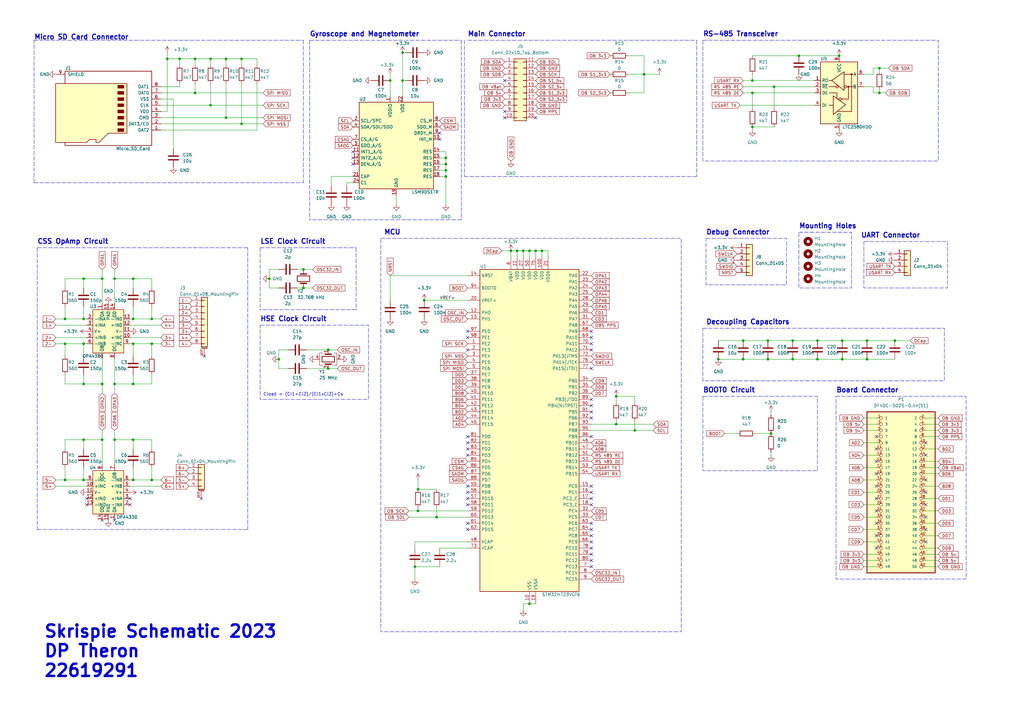
<source format=kicad_sch>
(kicad_sch (version 20231120) (generator "eeschema") (generator_version "8.0")
  (paper "A3")
  (title_block (title "Development of an ADCS system") (date "2023-08-16") (company "Niel Theron") (comment 1 "22619291"))
  (junction (at 124.46 118.11))
  (junction (at 308.61 33.02))
  (junction (at 34.29 130.81))
  (junction (at 317.5 35.56))
  (junction (at 62.23 196.85))
  (junction (at 344.17 22.86))
  (junction (at 99.06 50.8))
  (junction (at 62.23 130.81))
  (junction (at 86.36 43.18))
  (junction (at 26.67 130.81))
  (junction (at 367.03 139.7))
  (junction (at 219.71 102.87))
  (junction (at 165.1 33.02))
  (junction (at 304.8 139.7))
  (junction (at 41.91 157.48))
  (junction (at 182.88 69.85))
  (junction (at 73.66 24.13))
  (junction (at 264.16 30.48))
  (junction (at 171.45 209.55))
  (junction (at 171.45 200.66))
  (junction (at 179.07 212.09))
  (junction (at 304.8 147.32))
  (junction (at 165.1 21.59))
  (junction (at 134.62 151.13))
  (junction (at 355.6 147.32))
  (junction (at 212.09 102.87))
  (junction (at 54.61 157.48))
  (junction (at 345.44 139.7))
  (junction (at 124.46 110.49))
  (junction (at 217.17 102.87))
  (junction (at 335.28 139.7))
  (junction (at 314.96 147.32))
  (junction (at 54.61 140.97))
  (junction (at 314.96 139.7))
  (junction (at 214.63 102.87))
  (junction (at 99.06 24.13))
  (junction (at 182.88 67.31))
  (junction (at 294.64 147.32))
  (junction (at 68.58 24.13))
  (junction (at 345.44 147.32))
  (junction (at 86.36 24.13))
  (junction (at 26.67 140.97))
  (junction (at 325.12 147.32))
  (junction (at 62.23 140.97))
  (junction (at 335.28 147.32))
  (junction (at 110.49 114.3))
  (junction (at 252.73 173.99))
  (junction (at 308.61 38.1))
  (junction (at 34.29 114.3))
  (junction (at 34.29 140.97))
  (junction (at 260.35 176.53))
  (junction (at 114.3 147.32))
  (junction (at 182.88 72.39))
  (junction (at 160.02 33.02))
  (junction (at 41.91 180.34))
  (junction (at 325.12 139.7))
  (junction (at 217.17 247.65))
  (junction (at 252.73 162.56))
  (junction (at 34.29 180.34))
  (junction (at 327.66 22.86))
  (junction (at 34.29 157.48))
  (junction (at 54.61 114.3))
  (junction (at 54.61 180.34))
  (junction (at 41.91 114.3))
  (junction (at 80.01 24.13))
  (junction (at 46.99 157.48))
  (junction (at 134.62 143.51))
  (junction (at 46.99 180.34))
  (junction (at 170.18 232.41))
  (junction (at 54.61 196.85))
  (junction (at 92.71 24.13))
  (junction (at 182.88 64.77))
  (junction (at 26.67 196.85))
  (junction (at 316.23 177.8))
  (junction (at 209.55 102.87))
  (junction (at 360.68 27.94))
  (junction (at 80.01 38.1))
  (junction (at 173.99 123.19))
  (junction (at 54.61 130.81))
  (junction (at 360.68 38.1))
  (junction (at 222.25 102.87))
  (junction (at 355.6 139.7))
  (junction (at 46.99 114.3))
  (junction (at 92.71 48.26))
  (junction (at 308.61 52.07))
  (junction (at 34.29 196.85))
  (no_connect (at 242.57 171.45))
  (no_connect (at 242.57 163.83))
  (no_connect (at 242.57 222.25))
  (no_connect (at 207.01 33.02))
  (no_connect (at 242.57 201.93))
  (no_connect (at 359.41 194.31))
  (no_connect (at 207.01 45.72))
  (no_connect (at 191.77 135.89))
  (no_connect (at 191.77 186.69))
  (no_connect (at 359.41 219.71))
  (no_connect (at 35.56 207.01))
  (no_connect (at 191.77 138.43))
  (no_connect (at 144.78 62.23))
  (no_connect (at 242.57 217.17))
  (no_connect (at 191.77 179.07))
  (no_connect (at 191.77 181.61))
  (no_connect (at 359.41 179.07))
  (no_connect (at 191.77 201.93))
  (no_connect (at 242.57 168.91))
  (no_connect (at 379.73 222.25))
  (no_connect (at 242.57 143.51))
  (no_connect (at 242.57 232.41))
  (no_connect (at 359.41 214.63))
  (no_connect (at 359.41 184.15))
  (no_connect (at 180.34 57.15))
  (no_connect (at 207.01 48.26))
  (no_connect (at 242.57 140.97))
  (no_connect (at 35.56 204.47))
  (no_connect (at 46.99 213.36))
  (no_connect (at 379.73 186.69))
  (no_connect (at 242.57 229.87))
  (no_connect (at 242.57 204.47))
  (no_connect (at 82.55 204.47))
  (no_connect (at 191.77 199.39))
  (no_connect (at 242.57 227.33))
  (no_connect (at 379.73 217.17))
  (no_connect (at 379.73 207.01))
  (no_connect (at 379.73 196.85))
  (no_connect (at 180.34 54.61))
  (no_connect (at 359.41 199.39))
  (no_connect (at 359.41 189.23))
  (no_connect (at 144.78 67.31))
  (no_connect (at 242.57 138.43))
  (no_connect (at 191.77 184.15))
  (no_connect (at 191.77 217.17))
  (no_connect (at 144.78 64.77))
  (no_connect (at 242.57 199.39))
  (no_connect (at 53.34 207.01))
  (no_connect (at 359.41 204.47))
  (no_connect (at 242.57 151.13))
  (no_connect (at 379.73 212.09))
  (no_connect (at 53.34 204.47))
  (no_connect (at 242.57 166.37))
  (no_connect (at 191.77 143.51))
  (no_connect (at 242.57 207.01))
  (no_connect (at 191.77 204.47))
  (no_connect (at 191.77 214.63))
  (no_connect (at 219.71 48.26))
  (no_connect (at 242.57 179.07))
  (no_connect (at 379.73 181.61))
  (no_connect (at 242.57 214.63))
  (no_connect (at 242.57 219.71))
  (no_connect (at 359.41 224.79))
  (no_connect (at 41.91 213.36))
  (no_connect (at 359.41 209.55))
  (no_connect (at 242.57 135.89))
  (no_connect (at 379.73 201.93))
  (no_connect (at 191.77 207.01))
  (no_connect (at 242.57 224.79))
  (no_connect (at 83.82 146.05))
  (wire (pts (xy 68.58 21.59) (xy 68.58 24.13)))
  (wire (pts (xy 180.34 67.31) (xy 182.88 67.31)))
  (wire (pts (xy 379.73 194.31) (xy 384.81 194.31)))
  (wire (pts (xy 252.73 162.56) (xy 252.73 165.1)))
  (wire (pts (xy 22.86 140.97) (xy 26.67 140.97)))
  (wire (pts (xy 144.78 72.39) (xy 135.89 72.39)))
  (wire (pts (xy 68.58 45.72) (xy 66.04 45.72)))
  (wire (pts (xy 66.04 35.56) (xy 73.66 35.56)))
  (wire (pts (xy 314.96 147.32) (xy 325.12 147.32)))
  (wire (pts (xy 71.12 60.96) (xy 71.12 40.64)))
  (wire (pts (xy 80.01 38.1) (xy 66.04 38.1)))
  (wire (pts (xy 34.29 114.3) (xy 41.91 114.3)))
  (wire (pts (xy 294.64 139.7) (xy 304.8 139.7)))
  (wire (pts (xy 182.88 69.85) (xy 182.88 72.39)))
  (wire (pts (xy 99.06 24.13) (xy 99.06 26.67)))
  (wire (pts (xy 360.68 38.1) (xy 358.14 38.1)))
  (wire (pts (xy 99.06 50.8) (xy 107.95 50.8)))
  (wire (pts (xy 134.62 143.51) (xy 138.43 143.51)))
  (wire (pts (xy 354.33 201.93) (xy 359.41 201.93)))
  (wire (pts (xy 171.45 200.66) (xy 179.07 200.66)))
  (wire (pts (xy 54.61 130.81) (xy 62.23 130.81)))
  (wire (pts (xy 62.23 180.34) (xy 62.23 184.15)))
  (wire (pts (xy 46.99 180.34) (xy 46.99 190.5)))
  (wire (pts (xy 379.73 229.87) (xy 384.81 229.87)))
  (wire (pts (xy 360.68 36.83) (xy 360.68 38.1)))
  (wire (pts (xy 379.73 214.63) (xy 384.81 214.63)))
  (wire (pts (xy 121.92 110.49) (xy 124.46 110.49)))
  (polyline (pts (xy 191.77 16.51) (xy 285.75 16.51)) (stroke (width 0) (type dash)))
  (wire (pts (xy 260.35 176.53) (xy 242.57 176.53)))
  (polyline (pts (xy 106.68 101.6) (xy 146.05 101.6)) (stroke (width 0) (type dash)))
  (polyline (pts (xy 189.23 16.51) (xy 189.23 90.17)) (stroke (width 0) (type dash)))
  (wire (pts (xy 264.16 22.86) (xy 264.16 30.48)))
  (wire (pts (xy 41.91 180.34) (xy 41.91 190.5)))
  (wire (pts (xy 205.74 102.87) (xy 209.55 102.87)))
  (wire (pts (xy 303.53 43.18) (xy 334.01 43.18)))
  (wire (pts (xy 308.61 53.34) (xy 308.61 52.07)))
  (wire (pts (xy 165.1 33.02) (xy 165.1 39.37)))
  (wire (pts (xy 73.66 35.56) (xy 73.66 34.29)))
  (wire (pts (xy 62.23 130.81) (xy 66.04 130.81)))
  (wire (pts (xy 26.67 157.48) (xy 34.29 157.48)))
  (wire (pts (xy 62.23 153.67) (xy 62.23 157.48)))
  (wire (pts (xy 22.86 133.35) (xy 35.56 133.35)))
  (wire (pts (xy 41.91 176.53) (xy 41.91 180.34)))
  (wire (pts (xy 22.86 138.43) (xy 35.56 138.43)))
  (wire (pts (xy 41.91 110.49) (xy 41.91 114.3)))
  (wire (pts (xy 124.46 118.11) (xy 128.27 118.11)))
  (wire (pts (xy 34.29 153.67) (xy 34.29 157.48)))
  (wire (pts (xy 114.3 143.51) (xy 118.11 143.51)))
  (wire (pts (xy 304.8 35.56) (xy 317.5 35.56)))
  (wire (pts (xy 26.67 180.34) (xy 34.29 180.34)))
  (wire (pts (xy 212.09 105.41) (xy 212.09 102.87)))
  (wire (pts (xy 34.29 157.48) (xy 41.91 157.48)))
  (polyline (pts (xy 285.75 72.39) (xy 190.5 72.39)) (stroke (width 0) (type dash)))
  (wire (pts (xy 107.95 43.18) (xy 86.36 43.18)))
  (wire (pts (xy 358.14 35.56) (xy 354.33 35.56)))
  (wire (pts (xy 379.73 171.45) (xy 384.81 171.45)))
  (wire (pts (xy 379.73 176.53) (xy 384.81 176.53)))
  (wire (pts (xy 54.61 180.34) (xy 62.23 180.34)))
  (polyline (pts (xy 127 16.51) (xy 189.23 16.51)) (stroke (width 0) (type dash)))
  (wire (pts (xy 53.34 196.85) (xy 54.61 196.85)))
  (wire (pts (xy 354.33 176.53) (xy 359.41 176.53)))
  (wire (pts (xy 71.12 40.64) (xy 66.04 40.64)))
  (wire (pts (xy 345.44 147.32) (xy 355.6 147.32)))
  (wire (pts (xy 316.23 168.91) (xy 316.23 170.18)))
  (wire (pts (xy 26.67 184.15) (xy 26.67 180.34)))
  (polyline (pts (xy 106.68 101.6) (xy 106.68 127)) (stroke (width 0) (type dash)))
  (wire (pts (xy 379.73 224.79) (xy 384.81 224.79)))
  (wire (pts (xy 167.64 212.09) (xy 179.07 212.09)))
  (wire (pts (xy 62.23 191.77) (xy 62.23 196.85)))
  (wire (pts (xy 180.34 69.85) (xy 182.88 69.85)))
  (wire (pts (xy 92.71 24.13) (xy 99.06 24.13)))
  (wire (pts (xy 66.04 53.34) (xy 105.41 53.34)))
  (wire (pts (xy 379.73 232.41) (xy 384.81 232.41)))
  (wire (pts (xy 170.18 222.25) (xy 170.18 224.79)))
  (wire (pts (xy 308.61 52.07) (xy 317.5 52.07)))
  (wire (pts (xy 114.3 147.32) (xy 114.3 151.13)))
  (wire (pts (xy 335.28 147.32) (xy 345.44 147.32)))
  (wire (pts (xy 180.34 62.23) (xy 182.88 62.23)))
  (wire (pts (xy 379.73 227.33) (xy 384.81 227.33)))
  (wire (pts (xy 316.23 185.42) (xy 316.23 186.69)))
  (wire (pts (xy 105.41 53.34) (xy 105.41 34.29)))
  (wire (pts (xy 34.29 114.3) (xy 34.29 118.11)))
  (wire (pts (xy 179.07 208.28) (xy 179.07 212.09)))
  (wire (pts (xy 354.33 196.85) (xy 359.41 196.85)))
  (wire (pts (xy 26.67 125.73) (xy 26.67 130.81)))
  (wire (pts (xy 92.71 34.29) (xy 92.71 48.26)))
  (wire (pts (xy 99.06 50.8) (xy 66.04 50.8)))
  (wire (pts (xy 80.01 24.13) (xy 86.36 24.13)))
  (wire (pts (xy 182.88 62.23) (xy 182.88 64.77)))
  (wire (pts (xy 162.56 83.82) (xy 162.56 80.01)))
  (wire (pts (xy 354.33 173.99) (xy 359.41 173.99)))
  (wire (pts (xy 325.12 147.32) (xy 335.28 147.32)))
  (wire (pts (xy 26.67 191.77) (xy 26.67 196.85)))
  (wire (pts (xy 308.61 30.48) (xy 308.61 33.02)))
  (wire (pts (xy 217.17 102.87) (xy 217.17 105.41)))
  (wire (pts (xy 171.45 196.85) (xy 171.45 200.66)))
  (wire (pts (xy 26.67 153.67) (xy 26.67 157.48)))
  (wire (pts (xy 99.06 24.13) (xy 105.41 24.13)))
  (wire (pts (xy 34.29 125.73) (xy 34.29 130.81)))
  (wire (pts (xy 62.23 140.97) (xy 66.04 140.97)))
  (wire (pts (xy 308.61 38.1) (xy 308.61 44.45)))
  (wire (pts (xy 214.63 105.41) (xy 214.63 102.87)))
  (polyline (pts (xy 190.5 16.51) (xy 190.5 72.39)) (stroke (width 0) (type dash)))
  (wire (pts (xy 182.88 64.77) (xy 182.88 67.31)))
  (wire (pts (xy 308.61 38.1) (xy 334.01 38.1)))
  (wire (pts (xy 317.5 44.45) (xy 317.5 35.56)))
  (wire (pts (xy 308.61 33.02) (xy 334.01 33.02)))
  (wire (pts (xy 297.18 177.8) (xy 302.26 177.8)))
  (wire (pts (xy 54.61 153.67) (xy 54.61 157.48)))
  (wire (pts (xy 160.02 113.03) (xy 160.02 123.19)))
  (wire (pts (xy 325.12 139.7) (xy 335.28 139.7)))
  (polyline (pts (xy 13.97 74.93) (xy 13.97 16.51)) (stroke (width 0) (type dash)))
  (wire (pts (xy 62.23 196.85) (xy 66.04 196.85)))
  (wire (pts (xy 214.63 102.87) (xy 217.17 102.87)))
  (wire (pts (xy 99.06 34.29) (xy 99.06 50.8)))
  (wire (pts (xy 62.23 125.73) (xy 62.23 130.81)))
  (wire (pts (xy 180.34 64.77) (xy 182.88 64.77)))
  (wire (pts (xy 167.64 209.55) (xy 171.45 209.55)))
  (wire (pts (xy 54.61 114.3) (xy 54.61 118.11)))
  (wire (pts (xy 68.58 24.13) (xy 68.58 45.72)))
  (wire (pts (xy 110.49 114.3) (xy 110.49 118.11)))
  (wire (pts (xy 54.61 125.73) (xy 54.61 130.81)))
  (wire (pts (xy 360.68 27.94) (xy 360.68 29.21)))
  (wire (pts (xy 92.71 24.13) (xy 92.71 26.67)))
  (wire (pts (xy 165.1 33.02) (xy 166.37 33.02)))
  (wire (pts (xy 379.73 199.39) (xy 384.81 199.39)))
  (wire (pts (xy 179.07 212.09) (xy 191.77 212.09)))
  (wire (pts (xy 86.36 43.18) (xy 66.04 43.18)))
  (wire (pts (xy 354.33 217.17) (xy 359.41 217.17)))
  (wire (pts (xy 46.99 176.53) (xy 46.99 180.34)))
  (wire (pts (xy 379.73 209.55) (xy 384.81 209.55)))
  (wire (pts (xy 22.86 130.81) (xy 26.67 130.81)))
  (wire (pts (xy 53.34 199.39) (xy 66.04 199.39)))
  (wire (pts (xy 354.33 212.09) (xy 359.41 212.09)))
  (wire (pts (xy 62.23 118.11) (xy 62.23 114.3)))
  (wire (pts (xy 327.66 22.86) (xy 344.17 22.86)))
  (wire (pts (xy 165.1 21.59) (xy 165.1 33.02)))
  (wire (pts (xy 267.97 176.53) (xy 260.35 176.53)))
  (wire (pts (xy 73.66 24.13) (xy 80.01 24.13)))
  (wire (pts (xy 22.86 199.39) (xy 35.56 199.39)))
  (wire (pts (xy 358.14 30.48) (xy 354.33 30.48)))
  (wire (pts (xy 358.14 38.1) (xy 358.14 35.56)))
  (wire (pts (xy 260.35 165.1) (xy 260.35 162.56)))
  (polyline (pts (xy 15.24 217.17) (xy 101.6 217.17)) (stroke (width 0) (type dash)))
  (wire (pts (xy 53.34 140.97) (xy 54.61 140.97)))
  (polyline (pts (xy 124.46 16.51) (xy 124.46 74.93)) (stroke (width 0) (type dash)))
  (wire (pts (xy 46.99 157.48) (xy 46.99 161.29)))
  (wire (pts (xy 355.6 139.7) (xy 367.03 139.7)))
  (wire (pts (xy 73.66 24.13) (xy 68.58 24.13)))
  (wire (pts (xy 260.35 162.56) (xy 252.73 162.56)))
  (wire (pts (xy 22.86 196.85) (xy 26.67 196.85)))
  (wire (pts (xy 219.71 102.87) (xy 222.25 102.87)))
  (wire (pts (xy 114.3 151.13) (xy 118.11 151.13)))
  (polyline (pts (xy 13.97 74.93) (xy 124.46 74.93)) (stroke (width 0) (type dash)))
  (wire (pts (xy 53.34 130.81) (xy 54.61 130.81)))
  (wire (pts (xy 222.25 102.87) (xy 222.25 105.41)))
  (wire (pts (xy 135.89 72.39) (xy 135.89 76.2)))
  (wire (pts (xy 166.37 21.59) (xy 165.1 21.59)))
  (wire (pts (xy 354.33 222.25) (xy 359.41 222.25)))
  (wire (pts (xy 54.61 114.3) (xy 46.99 114.3)))
  (wire (pts (xy 180.34 224.79) (xy 191.77 224.79)))
  (wire (pts (xy 308.61 22.86) (xy 327.66 22.86)))
  (wire (pts (xy 191.77 113.03) (xy 160.02 113.03)))
  (polyline (pts (xy 101.6 217.17) (xy 101.6 101.6)) (stroke (width 0) (type dash)))
  (wire (pts (xy 46.99 180.34) (xy 54.61 180.34)))
  (wire (pts (xy 160.02 30.48) (xy 160.02 33.02)))
  (wire (pts (xy 26.67 196.85) (xy 34.29 196.85)))
  (wire (pts (xy 252.73 172.72) (xy 252.73 173.99)))
  (wire (pts (xy 252.73 173.99) (xy 242.57 173.99)))
  (wire (pts (xy 363.22 38.1) (xy 360.68 38.1)))
  (wire (pts (xy 304.8 38.1) (xy 308.61 38.1)))
  (wire (pts (xy 54.61 157.48) (xy 62.23 157.48)))
  (polyline (pts (xy 15.24 101.6) (xy 101.6 101.6)) (stroke (width 0) (type dash)))
  (wire (pts (xy 124.46 110.49) (xy 128.27 110.49)))
  (wire (pts (xy 54.61 191.77) (xy 54.61 196.85)))
  (polyline (pts (xy 127 16.51) (xy 127 90.17)) (stroke (width 0) (type dash)))
  (polyline (pts (xy 189.23 90.17) (xy 127 90.17)) (stroke (width 0) (type dash)))
  (wire (pts (xy 41.91 157.48) (xy 41.91 161.29)))
  (wire (pts (xy 53.34 133.35) (xy 66.04 133.35)))
  (wire (pts (xy 125.73 151.13) (xy 134.62 151.13)))
  (wire (pts (xy 219.71 102.87) (xy 219.71 105.41)))
  (wire (pts (xy 267.97 173.99) (xy 252.73 173.99)))
  (wire (pts (xy 92.71 48.26) (xy 66.04 48.26)))
  (wire (pts (xy 355.6 147.32) (xy 367.03 147.32)))
  (wire (pts (xy 34.29 196.85) (xy 35.56 196.85)))
  (wire (pts (xy 360.68 27.94) (xy 358.14 27.94)))
  (wire (pts (xy 54.61 140.97) (xy 54.61 146.05)))
  (wire (pts (xy 257.81 22.86) (xy 264.16 22.86)))
  (wire (pts (xy 26.67 114.3) (xy 34.29 114.3)))
  (wire (pts (xy 46.99 157.48) (xy 54.61 157.48)))
  (wire (pts (xy 86.36 24.13) (xy 92.71 24.13)))
  (wire (pts (xy 212.09 102.87) (xy 214.63 102.87)))
  (wire (pts (xy 379.73 189.23) (xy 384.81 189.23)))
  (polyline (pts (xy 15.24 101.6) (xy 15.24 217.17)) (stroke (width 0) (type dash)))
  (wire (pts (xy 26.67 140.97) (xy 26.67 146.05)))
  (wire (pts (xy 34.29 180.34) (xy 41.91 180.34)))
  (wire (pts (xy 105.41 24.13) (xy 105.41 26.67)))
  (wire (pts (xy 354.33 207.01) (xy 359.41 207.01)))
  (wire (pts (xy 354.33 181.61) (xy 359.41 181.61)))
  (wire (pts (xy 41.91 147.32) (xy 41.91 157.48)))
  (wire (pts (xy 335.28 139.7) (xy 345.44 139.7)))
  (polyline (pts (xy 146.05 101.6) (xy 146.05 127)) (stroke (width 0) (type dash)))
  (polyline (pts (xy 13.97 16.51) (xy 124.46 16.51)) (stroke (width 0) (type dash)))
  (wire (pts (xy 217.17 247.65) (xy 214.63 247.65)))
  (wire (pts (xy 114.3 143.51) (xy 114.3 147.32)))
  (wire (pts (xy 304.8 147.32) (xy 314.96 147.32)))
  (wire (pts (xy 217.17 247.65) (xy 219.71 247.65)))
  (wire (pts (xy 160.02 33.02) (xy 160.02 39.37)))
  (wire (pts (xy 34.29 191.77) (xy 34.29 196.85)))
  (wire (pts (xy 314.96 139.7) (xy 325.12 139.7)))
  (wire (pts (xy 35.56 130.81) (xy 34.29 130.81)))
  (wire (pts (xy 110.49 110.49) (xy 110.49 114.3)))
  (wire (pts (xy 264.16 38.1) (xy 257.81 38.1)))
  (wire (pts (xy 260.35 172.72) (xy 260.35 176.53)))
  (wire (pts (xy 35.56 140.97) (xy 34.29 140.97)))
  (wire (pts (xy 224.79 102.87) (xy 222.25 102.87)))
  (wire (pts (xy 170.18 232.41) (xy 170.18 237.49)))
  (wire (pts (xy 34.29 180.34) (xy 34.29 184.15)))
  (wire (pts (xy 26.67 118.11) (xy 26.67 114.3)))
  (wire (pts (xy 354.33 227.33) (xy 359.41 227.33)))
  (wire (pts (xy 309.88 177.8) (xy 316.23 177.8)))
  (wire (pts (xy 182.88 72.39) (xy 182.88 83.82)))
  (wire (pts (xy 86.36 34.29) (xy 86.36 43.18)))
  (wire (pts (xy 125.73 143.51) (xy 134.62 143.51)))
  (wire (pts (xy 26.67 130.81) (xy 34.29 130.81)))
  (wire (pts (xy 379.73 184.15) (xy 384.81 184.15)))
  (wire (pts (xy 358.14 27.94) (xy 358.14 30.48)))
  (wire (pts (xy 121.92 118.11) (xy 124.46 118.11)))
  (wire (pts (xy 34.29 140.97) (xy 34.29 146.05)))
  (wire (pts (xy 144.78 74.93) (xy 142.24 74.93)))
  (wire (pts (xy 170.18 232.41) (xy 180.34 232.41)))
  (wire (pts (xy 224.79 105.41) (xy 224.79 102.87)))
  (wire (pts (xy 142.24 74.93) (xy 142.24 76.2)))
  (wire (pts (xy 264.16 30.48) (xy 264.16 38.1)))
  (wire (pts (xy 257.81 30.48) (xy 264.16 30.48)))
  (polyline (pts (xy 285.75 16.51) (xy 285.75 72.39)) (stroke (width 0) (type dash)))
  (wire (pts (xy 354.33 186.69) (xy 359.41 186.69)))
  (wire (pts (xy 191.77 222.25) (xy 170.18 222.25)))
  (wire (pts (xy 345.44 139.7) (xy 355.6 139.7)))
  (wire (pts (xy 217.17 102.87) (xy 219.71 102.87)))
  (wire (pts (xy 180.34 72.39) (xy 182.88 72.39)))
  (wire (pts (xy 364.49 27.94) (xy 360.68 27.94)))
  (wire (pts (xy 46.99 110.49) (xy 46.99 114.3)))
  (wire (pts (xy 26.67 140.97) (xy 34.29 140.97)))
  (wire (pts (xy 54.61 180.34) (xy 54.61 184.15)))
  (wire (pts (xy 379.73 191.77) (xy 384.81 191.77)))
  (wire (pts (xy 379.73 219.71) (xy 384.81 219.71)))
  (wire (pts (xy 354.33 229.87) (xy 359.41 229.87)))
  (wire (pts (xy 354.33 171.45) (xy 359.41 171.45)))
  (polyline (pts (xy 146.05 127) (xy 106.68 127)) (stroke (width 0) (type dash)))
  (wire (pts (xy 46.99 147.32) (xy 46.99 157.48)))
  (wire (pts (xy 54.61 196.85) (xy 62.23 196.85)))
  (wire (pts (xy 54.61 140.97) (xy 62.23 140.97)))
  (wire (pts (xy 53.34 138.43) (xy 66.04 138.43)))
  (wire (pts (xy 62.23 140.97) (xy 62.23 146.05)))
  (wire (pts (xy 379.73 179.07) (xy 384.81 179.07)))
  (wire (pts (xy 209.55 105.41) (xy 209.55 102.87)))
  (wire (pts (xy 110.49 118.11) (xy 114.3 118.11)))
  (wire (pts (xy 107.95 38.1) (xy 80.01 38.1)))
  (wire (pts (xy 171.45 209.55) (xy 191.77 209.55)))
  (wire (pts (xy 41.91 114.3) (xy 41.91 124.46)))
  (wire (pts (xy 182.88 67.31) (xy 182.88 69.85)))
  (wire (pts (xy 304.8 33.02) (xy 308.61 33.02)))
  (wire (pts (xy 209.55 102.87) (xy 212.09 102.87)))
  (wire (pts (xy 317.5 35.56) (xy 334.01 35.56)))
  (wire (pts (xy 304.8 139.7) (xy 314.96 139.7)))
  (wire (pts (xy 379.73 204.47) (xy 384.81 204.47)))
  (wire (pts (xy 367.03 139.7) (xy 373.38 139.7)))
  (wire (pts (xy 354.33 191.77) (xy 359.41 191.77)))
  (wire (pts (xy 354.33 232.41) (xy 359.41 232.41)))
  (wire (pts (xy 80.01 34.29) (xy 80.01 38.1)))
  (wire (pts (xy 270.51 30.48) (xy 264.16 30.48)))
  (wire (pts (xy 110.49 110.49) (xy 114.3 110.49)))
  (wire (pts (xy 107.95 48.26) (xy 92.71 48.26)))
  (wire (pts (xy 46.99 114.3) (xy 46.99 124.46)))
  (wire (pts (xy 134.62 151.13) (xy 138.43 151.13)))
  (wire (pts (xy 173.99 123.19) (xy 191.77 123.19)))
  (wire (pts (xy 171.45 208.28) (xy 171.45 209.55)))
  (wire (pts (xy 54.61 114.3) (xy 62.23 114.3)))
  (wire (pts (xy 80.01 24.13) (xy 80.01 26.67)))
  (wire (pts (xy 214.63 247.65) (xy 214.63 250.19)))
  (wire (pts (xy 73.66 26.67) (xy 73.66 24.13)))
  (wire (pts (xy 294.64 147.32) (xy 304.8 147.32)))
  (wire (pts (xy 86.36 24.13) (xy 86.36 26.67)))
  (wire (pts (xy 379.73 173.99) (xy 384.81 173.99)))
  (rectangle (start 327.66 95.25) (end 349.25 118.11) (stroke (width 0) (type dash)))
  (rectangle (start 106.68 133.35) (end 151.13 163.83) (stroke (width 0) (type dash)))
  (rectangle (start 354.33 99.06) (end 388.62 118.11) (stroke (width 0) (type dash)))
  (rectangle (start 288.29 162.56) (end 335.28 193.04) (stroke (width 0) (type dash)))
  (rectangle (start 342.9 162.56) (end 396.24 237.49) (stroke (width 0) (type dash)))
  (rectangle (start 156.21 97.79) (end 279.4 259.08) (stroke (width 0) (type dash)))
  (rectangle (start 288.29 134.62) (end 387.35 156.21) (stroke (width 0) (type dash)))
  (rectangle (start 288.29 16.51) (end 384.81 66.04) (stroke (width 0) (type dash)))
  (rectangle (start 289.56 97.79) (end 322.58 116.84) (stroke (width 0) (type dash)))
  (text "Gyroscope and Magnetometer" (at 127 15.24 0) (effects (font (size 2 2) (thickness 0.4) (bold yes)) (justify left bottom)))
  (text "HSE Clock Circuit" (at 106.68 132.08 0) (effects (font (size 2 2) (thickness 0.4) (bold yes)) (justify left bottom)))
  (text "Board Connector" (at 342.9 161.29 0) (effects (font (size 2 2) (thickness 0.4) (bold yes)) (justify left bottom)))
  (text "Micro SD Card Connector" (at 13.97 16.51 0) (effects (font (size 2 2) (thickness 0.4) (bold yes)) (justify left bottom)))
  (text "UART Connector" (at 353.06 97.79 0) (effects (font (size 2 2) (thickness 0.4) (bold yes)) (justify left bottom)))
  (text "Skrispie Schematic 2023\nDP Theron\n22619291" (at 17.78 278.13 0) (effects (font (size 5 5) (thickness 1) (bold yes)) (justify left bottom)))
  (text "Decoupling Capacitors" (at 289.56 133.35 0) (effects (font (size 2 2) (bold yes)) (justify left bottom)))
  (text "Mounting Holes" (at 327.66 93.98 0) (effects (font (size 2 2) (thickness 0.4) (bold yes)) (justify left bottom)))
  (text "Cload = (Cl1+Cl2)/(Cl1xCl2)+Cs" (at 107.95 162.56 0) (effects (font (size 1.27 1.27)) (justify left bottom)))
  (text "CSS OpAmp Circuit" (at 15.24 100.33 0) (effects (font (size 2 2) (thickness 0.4) (bold yes)) (justify left bottom)))
  (text "Debug Connector" (at 289.56 96.52 0) (effects (font (size 2 2) (thickness 0.4) (bold yes)) (justify left bottom)))
  (text "LSE Clock Circuit" (at 106.68 100.33 0) (effects (font (size 2 2) (bold yes)) (justify left bottom)))
  (text "Main Connector" (at 191.77 15.24 0) (effects (font (size 2 2) (thickness 0.4) (bold yes)) (justify left bottom)))
  (text "BOOT0 Circuit" (at 288.29 161.29 0) (effects (font (size 2 2) (thickness 0.4) (bold yes)) (justify left bottom)))
  (text "MCU" (at 157.48 96.52 0) (effects (font (size 2 2) (bold yes)) (justify left bottom)))
  (text "RS-485 Transceiver" (at 288.29 15.24 0) (effects (font (size 2 2) (bold yes)) (justify left bottom)))
  (label "VREF+" (at 180.34 123.19 0))
  (global_label "3-" (shape input) (at 66.04 140.97 0) (property "Intersheetrefs" "${INTERSHEET_REFS}" (effects (hide yes))))
  (global_label "D05" (shape input) (at 384.81 214.63 0) (property "Intersheetrefs" "${INTERSHEET_REFS}" (effects (hide yes))))
  (global_label "OSC_OUT" (shape input) (at 191.77 130.81 180) (property "Intersheetrefs" "${INTERSHEET_REFS}" (effects (hide yes))))
  (global_label "USART RX" (shape input) (at 304.8 33.02 180) (property "Intersheetrefs" "${INTERSHEET_REFS}" (effects (hide yes))))
  (global_label "OB GND" (shape input) (at 207.01 43.18 180) (property "Intersheetrefs" "${INTERSHEET_REFS}" (effects (hide yes))))
  (global_label "OSC32_OUT" (shape input) (at 128.27 118.11 0) (property "Intersheetrefs" "${INTERSHEET_REFS}" (effects (hide yes))))
  (global_label "SWDIO" (shape input) (at 302.26 109.22 180) (property "Intersheetrefs" "${INTERSHEET_REFS}" (effects (hide yes))))
  (global_label "OB SDB" (shape input) (at 363.22 38.1 0) (property "Intersheetrefs" "${INTERSHEET_REFS}" (effects (hide yes))))
  (global_label "OB GND" (shape input) (at 219.71 43.18 0) (property "Intersheetrefs" "${INTERSHEET_REFS}" (effects (hide yes))))
  (global_label "OB SDA" (shape input) (at 364.49 27.94 0) (property "Intersheetrefs" "${INTERSHEET_REFS}" (effects (hide yes))))
  (global_label "B02" (shape input) (at 384.81 184.15 0) (property "Intersheetrefs" "${INTERSHEET_REFS}" (effects (hide yes))))
  (global_label "OPA1" (shape input) (at 242.57 113.03 0) (property "Intersheetrefs" "${INTERSHEET_REFS}" (effects (hide yes))))
  (global_label "OB 5v" (shape input) (at 384.81 227.33 0) (property "Intersheetrefs" "${INTERSHEET_REFS}" (effects (hide yes))))
  (global_label "OB SCK" (shape input) (at 167.64 209.55 180) (property "Intersheetrefs" "${INTERSHEET_REFS}" (effects (hide yes))))
  (global_label "4-" (shape input) (at 66.04 130.81 0) (property "Intersheetrefs" "${INTERSHEET_REFS}" (effects (hide yes))))
  (global_label "CSAG" (shape input) (at 191.77 191.77 180) (property "Intersheetrefs" "${INTERSHEET_REFS}" (effects (hide yes))))
  (global_label "OB S2_3v3" (shape input) (at 250.19 38.1 180) (property "Intersheetrefs" "${INTERSHEET_REFS}" (effects (hide yes))))
  (global_label "SPI MISO" (shape input) (at 191.77 148.59 180) (property "Intersheetrefs" "${INTERSHEET_REFS}" (effects (hide yes))))
  (global_label "D01" (shape input) (at 384.81 204.47 0) (property "Intersheetrefs" "${INTERSHEET_REFS}" (effects (hide yes))))
  (global_label "D03" (shape input) (at 384.81 209.55 0) (property "Intersheetrefs" "${INTERSHEET_REFS}" (effects (hide yes))))
  (global_label "C05" (shape input) (at 242.57 209.55 0) (property "Intersheetrefs" "${INTERSHEET_REFS}" (effects (hide yes))))
  (global_label "OB 3v3" (shape input) (at 207.01 40.64 180) (property "Intersheetrefs" "${INTERSHEET_REFS}" (effects (hide yes))))
  (global_label "OPA4" (shape input) (at 46.99 110.49 90) (property "Intersheetrefs" "${INTERSHEET_REFS}" (effects (hide yes))))
  (global_label "OB S2_5v" (shape input) (at 219.71 35.56 0) (property "Intersheetrefs" "${INTERSHEET_REFS}" (effects (hide yes))))
  (global_label "5+" (shape input) (at 22.86 199.39 180) (property "Intersheetrefs" "${INTERSHEET_REFS}" (effects (hide yes))))
  (global_label "OBS PPS" (shape input) (at 242.57 133.35 0) (property "Intersheetrefs" "${INTERSHEET_REFS}" (effects (hide yes))))
  (global_label "USART TX" (shape input) (at 367.03 109.22 180) (property "Intersheetrefs" "${INTERSHEET_REFS}" (effects (hide yes))))
  (global_label "OB GND" (shape input) (at 354.33 232.41 180) (property "Intersheetrefs" "${INTERSHEET_REFS}" (effects (hide yes))))
  (global_label "SWCLK" (shape input) (at 242.57 148.59 0) (property "Intersheetrefs" "${INTERSHEET_REFS}" (effects (hide yes))))
  (global_label "CSM" (shape input) (at 180.34 49.53 0) (property "Intersheetrefs" "${INTERSHEET_REFS}" (effects (hide yes))))
  (global_label "B04" (shape input) (at 384.81 189.23 0) (property "Intersheetrefs" "${INTERSHEET_REFS}" (effects (hide yes))))
  (global_label "A02" (shape input) (at 191.77 171.45 180) (property "Intersheetrefs" "${INTERSHEET_REFS}" (effects (hide yes))))
  (global_label "A04" (shape input) (at 354.33 186.69 180) (property "Intersheetrefs" "${INTERSHEET_REFS}" (effects (hide yes))))
  (global_label "D07" (shape input) (at 384.81 219.71 0) (property "Intersheetrefs" "${INTERSHEET_REFS}" (effects (hide yes))))
  (global_label "A02" (shape input) (at 354.33 181.61 180) (property "Intersheetrefs" "${INTERSHEET_REFS}" (effects (hide yes))))
  (global_label "OB S1_3v3" (shape input) (at 219.71 38.1 0) (property "Intersheetrefs" "${INTERSHEET_REFS}" (effects (hide yes))))
  (global_label "USART TX" (shape input) (at 242.57 191.77 0) (property "Intersheetrefs" "${INTERSHEET_REFS}" (effects (hide yes))))
  (global_label "1+" (shape input) (at 22.86 133.35 180) (property "Intersheetrefs" "${INTERSHEET_REFS}" (effects (hide yes))))
  (global_label "SDA" (shape input) (at 144.78 52.07 180) (property "Intersheetrefs" "${INTERSHEET_REFS}" (effects (hide yes))))
  (global_label "C09" (shape input) (at 354.33 222.25 180) (property "Intersheetrefs" "${INTERSHEET_REFS}" (effects (hide yes))))
  (global_label "OB 3v3" (shape input) (at 384.81 173.99 0) (property "Intersheetrefs" "${INTERSHEET_REFS}" (effects (hide yes))))
  (global_label "SAOG" (shape input) (at 144.78 59.69 180) (property "Intersheetrefs" "${INTERSHEET_REFS}" (effects (hide yes))))
  (global_label "D09" (shape input) (at 384.81 224.79 0) (property "Intersheetrefs" "${INTERSHEET_REFS}" (effects (hide yes))))
  (global_label "OPA5" (shape input) (at 242.57 125.73 0) (property "Intersheetrefs" "${INTERSHEET_REFS}" (effects (hide yes))))
  (global_label "USART RX" (shape input) (at 242.57 194.31 0) (property "Intersheetrefs" "${INTERSHEET_REFS}" (effects (hide yes))))
  (global_label "D05" (shape input) (at 191.77 153.67 180) (property "Intersheetrefs" "${INTERSHEET_REFS}" (effects (hide yes))))
  (global_label "D03" (shape input) (at 191.77 156.21 180) (property "Intersheetrefs" "${INTERSHEET_REFS}" (effects (hide yes))))
  (global_label "1-" (shape input) (at 22.86 130.81 180) (property "Intersheetrefs" "${INTERSHEET_REFS}" (effects (hide yes))))
  (global_label "NRST" (shape input) (at 302.26 111.76 180) (property "Intersheetrefs" "${INTERSHEET_REFS}" (effects (hide yes))))
  (global_label "6-" (shape input) (at 77.47 194.31 180) (property "Intersheetrefs" "${INTERSHEET_REFS}" (effects (hide yes))))
  (global_label "4-" (shape input) (at 78.74 140.97 180) (property "Intersheetrefs" "${INTERSHEET_REFS}" (effects (hide yes))))
  (global_label "OPA6" (shape input) (at 242.57 123.19 0) (property "Intersheetrefs" "${INTERSHEET_REFS}" (effects (hide yes))))
  (global_label "A04" (shape input) (at 191.77 173.99 180) (property "Intersheetrefs" "${INTERSHEET_REFS}" (effects (hide yes))))
  (global_label "2+" (shape input) (at 78.74 128.27 180) (property "Intersheetrefs" "${INTERSHEET_REFS}" (effects (hide yes))))
  (global_label "SAOM" (shape input) (at 180.34 52.07 0) (property "Intersheetrefs" "${INTERSHEET_REFS}" (effects (hide yes))))
  (global_label "BOOT" (shape input) (at 297.18 177.8 180) (property "Intersheetrefs" "${INTERSHEET_REFS}" (effects (hide yes))))
  (global_label "A06" (shape input) (at 354.33 191.77 180) (property "Intersheetrefs" "${INTERSHEET_REFS}" (effects (hide yes))))
  (global_label "6+" (shape input) (at 77.47 191.77 180) (property "Intersheetrefs" "${INTERSHEET_REFS}" (effects (hide yes))))
  (global_label "OB S1_3v3" (shape input) (at 250.19 30.48 180) (property "Intersheetrefs" "${INTERSHEET_REFS}" (effects (hide yes))))
  (global_label "SPI NSS" (shape input) (at 107.95 50.8 0) (property "Intersheetrefs" "${INTERSHEET_REFS}" (effects (hide yes))))
  (global_label "OPA3" (shape input) (at 46.99 161.29 270) (property "Intersheetrefs" "${INTERSHEET_REFS}" (effects (hide yes))))
  (global_label "B02" (shape input) (at 191.77 168.91 180) (property "Intersheetrefs" "${INTERSHEET_REFS}" (effects (hide yes))))
  (global_label "OPA2" (shape input) (at 41.91 161.29 270) (property "Intersheetrefs" "${INTERSHEET_REFS}" (effects (hide yes))))
  (global_label "OB SDA" (shape input) (at 207.01 25.4 180) (property "Intersheetrefs" "${INTERSHEET_REFS}" (effects (hide yes))))
  (global_label "6-" (shape input) (at 66.04 196.85 0) (property "Intersheetrefs" "${INTERSHEET_REFS}" (effects (hide yes))))
  (global_label "OPA2" (shape input) (at 242.57 115.57 0) (property "Intersheetrefs" "${INTERSHEET_REFS}" (effects (hide yes))))
  (global_label "NRST" (shape input) (at 160.02 113.03 90) (property "Intersheetrefs" "${INTERSHEET_REFS}" (effects (hide yes))))
  (global_label "RS 485 DE" (shape input) (at 304.8 38.1 180) (property "Intersheetrefs" "${INTERSHEET_REFS}" (effects (hide yes))))
  (global_label "OB SDB" (shape input) (at 207.01 30.48 180) (property "Intersheetrefs" "${INTERSHEET_REFS}" (effects (hide yes))))
  (global_label "OB 3v3" (shape input) (at 384.81 176.53 0) (property "Intersheetrefs" "${INTERSHEET_REFS}" (effects (hide yes))))
  (global_label "D01" (shape input) (at 191.77 158.75 180) (property "Intersheetrefs" "${INTERSHEET_REFS}" (effects (hide yes))))
  (global_label "1-" (shape input) (at 78.74 123.19 180) (property "Intersheetrefs" "${INTERSHEET_REFS}" (effects (hide yes))))
  (global_label "SDA" (shape input) (at 267.97 173.99 0) (property "Intersheetrefs" "${INTERSHEET_REFS}" (effects (hide yes))))
  (global_label "RS 485 RE" (shape input) (at 242.57 186.69 0) (property "Intersheetrefs" "${INTERSHEET_REFS}" (effects (hide yes))))
  (global_label "OSC_IN" (shape input) (at 138.43 143.51 0) (property "Intersheetrefs" "${INTERSHEET_REFS}" (effects (hide yes))))
  (global_label "3+" (shape input) (at 66.04 138.43 0) (property "Intersheetrefs" "${INTERSHEET_REFS}" (effects (hide yes))))
  (global_label "OB PPS" (shape input) (at 384.81 179.07 0) (property "Intersheetrefs" "${INTERSHEET_REFS}" (effects (hide yes))))
  (global_label "4+" (shape input) (at 66.04 133.35 0) (property "Intersheetrefs" "${INTERSHEET_REFS}" (effects (hide yes))))
  (global_label "OSC32_IN" (shape input) (at 242.57 234.95 0) (property "Intersheetrefs" "${INTERSHEET_REFS}" (effects (hide yes))))
  (global_label "D07" (shape input) (at 242.57 161.29 0) (property "Intersheetrefs" "${INTERSHEET_REFS}" (effects (hide yes))))
  (global_label "B08" (shape input) (at 384.81 199.39 0) (property "Intersheetrefs" "${INTERSHEET_REFS}" (effects (hide yes))))
  (global_label "OPA5" (shape input) (at 41.91 176.53 90) (property "Intersheetrefs" "${INTERSHEET_REFS}" (effects (hide yes))))
  (global_label "B04" (shape input) (at 191.77 166.37 180) (property "Intersheetrefs" "${INTERSHEET_REFS}" (effects (hide yes))))
  (global_label "A08" (shape input) (at 242.57 184.15 0) (property "Intersheetrefs" "${INTERSHEET_REFS}" (effects (hide yes))))
  (global_label "B06" (shape input) (at 191.77 163.83 180) (property "Intersheetrefs" "${INTERSHEET_REFS}" (effects (hide yes))))
  (global_label "D09" (shape input) (at 242.57 158.75 0) (property "Intersheetrefs" "${INTERSHEET_REFS}" (effects (hide yes))))
  (global_label "A06" (shape input) (at 242.57 181.61 0) (property "Intersheetrefs" "${INTERSHEET_REFS}" (effects (hide yes))))
  (global_label "OB 3v3" (shape input) (at 354.33 227.33 180) (property "Intersheetrefs" "${INTERSHEET_REFS}" (effects (hide yes))))
  (global_label "OPA6" (shape input) (at 46.99 176.53 90) (property "Intersheetrefs" "${INTERSHEET_REFS}" (effects (hide yes))))
  (global_label "SWCLK" (shape input) (at 302.26 104.14 180) (property "Intersheetrefs" "${INTERSHEET_REFS}" (effects (hide yes))))
  (global_label "OSC32_IN" (shape input) (at 128.27 110.49 0) (property "Intersheetrefs" "${INTERSHEET_REFS}" (effects (hide yes))))
  (global_label "OB GND" (shape input) (at 384.81 171.45 0) (property "Intersheetrefs" "${INTERSHEET_REFS}" (effects (hide yes))))
  (global_label "OB 3v3" (shape input) (at 354.33 229.87 180) (property "Intersheetrefs" "${INTERSHEET_REFS}" (effects (hide yes))))
  (global_label "OB S2_3v3" (shape input) (at 219.71 40.64 0) (property "Intersheetrefs" "${INTERSHEET_REFS}" (effects (hide yes))))
  (global_label "2-" (shape input) (at 78.74 130.81 180) (property "Intersheetrefs" "${INTERSHEET_REFS}" (effects (hide yes))))
  (global_label "2+" (shape input) (at 22.86 138.43 180) (property "Intersheetrefs" "${INTERSHEET_REFS}" (effects (hide yes))))
  (global_label "SAOM" (shape input) (at 191.77 194.31 180) (property "Intersheetrefs" "${INTERSHEET_REFS}" (effects (hide yes))))
  (global_label "B06" (shape input) (at 384.81 194.31 0) (property "Intersheetrefs" "${INTERSHEET_REFS}" (effects (hide yes))))
  (global_label "RS 485 DE" (shape input) (at 242.57 189.23 0) (property "Intersheetrefs" "${INTERSHEET_REFS}" (effects (hide yes))))
  (global_label "OB VBat" (shape input) (at 384.81 191.77 0) (property "Intersheetrefs" "${INTERSHEET_REFS}" (effects (hide yes))))
  (global_label "OSC_IN" (shape input) (at 191.77 128.27 180) (property "Intersheetrefs" "${INTERSHEET_REFS}" (effects (hide yes))))
  (global_label "OB 3v3" (shape input) (at 250.19 22.86 180) (property "Intersheetrefs" "${INTERSHEET_REFS}" (effects (hide yes))))
  (global_label "OB 5v" (shape input) (at 207.01 38.1 180) (property "Intersheetrefs" "${INTERSHEET_REFS}" (effects (hide yes))))
  (global_label "OB 5v" (shape input) (at 384.81 229.87 0) (property "Intersheetrefs" "${INTERSHEET_REFS}" (effects (hide yes))))
  (global_label "OB GND" (shape input) (at 384.81 232.41 0) (property "Intersheetrefs" "${INTERSHEET_REFS}" (effects (hide yes))))
  (global_label "OB S1_5v" (shape input) (at 219.71 33.02 0) (property "Intersheetrefs" "${INTERSHEET_REFS}" (effects (hide yes))))
  (global_label "OPA4" (shape input) (at 242.57 120.65 0) (property "Intersheetrefs" "${INTERSHEET_REFS}" (effects (hide yes))))
  (global_label "SWDIO" (shape input) (at 242.57 146.05 0) (property "Intersheetrefs" "${INTERSHEET_REFS}" (effects (hide yes))))
  (global_label "DCap" (shape input) (at 373.38 139.7 0) (property "Intersheetrefs" "${INTERSHEET_REFS}" (effects (hide yes))))
  (global_label "SPI MOSI" (shape input) (at 191.77 151.13 180) (property "Intersheetrefs" "${INTERSHEET_REFS}" (effects (hide yes))))
  (global_label "OB GND" (shape input) (at 354.33 171.45 180) (property "Intersheetrefs" "${INTERSHEET_REFS}" (effects (hide yes))))
  (global_label "OB 5v" (shape input) (at 354.33 173.99 180) (property "Intersheetrefs" "${INTERSHEET_REFS}" (effects (hide yes))))
  (global_label "OB PPS" (shape input) (at 219.71 45.72 0) (property "Intersheetrefs" "${INTERSHEET_REFS}" (effects (hide yes))))
  (global_label "CSAG" (shape input) (at 144.78 57.15 180) (property "Intersheetrefs" "${INTERSHEET_REFS}" (effects (hide yes))))
  (global_label "SPI MISO" (shape input) (at 107.95 38.1 0) (property "Intersheetrefs" "${INTERSHEET_REFS}" (effects (hide yes))))
  (global_label "4+" (shape input) (at 78.74 138.43 180) (property "Intersheetrefs" "${INTERSHEET_REFS}" (effects (hide yes))))
  (global_label "OB GND" (shape input) (at 207.01 27.94 180) (property "Intersheetrefs" "${INTERSHEET_REFS}" (effects (hide yes))))
  (global_label "SAOG" (shape input) (at 191.77 196.85 180) (property "Intersheetrefs" "${INTERSHEET_REFS}" (effects (hide yes))))
  (global_label "5+" (shape input) (at 77.47 199.39 180) (property "Intersheetrefs" "${INTERSHEET_REFS}" (effects (hide yes))))
  (global_label "OPA3" (shape input) (at 242.57 118.11 0) (property "Intersheetrefs" "${INTERSHEET_REFS}" (effects (hide yes))))
  (global_label "SPI MOSI" (shape input) (at 107.95 48.26 0) (property "Intersheetrefs" "${INTERSHEET_REFS}" (effects (hide yes))))
  (global_label "3+" (shape input) (at 78.74 135.89 180) (property "Intersheetrefs" "${INTERSHEET_REFS}" (effects (hide yes))))
  (global_label "C07" (shape input) (at 354.33 217.17 180) (property "Intersheetrefs" "${INTERSHEET_REFS}" (effects (hide yes))))
  (global_label "SCL" (shape input) (at 144.78 49.53 180) (property "Intersheetrefs" "${INTERSHEET_REFS}" (effects (hide yes))))
  (global_label "1+" (shape input) (at 78.74 125.73 180) (property "Intersheetrefs" "${INTERSHEET_REFS}" (effects (hide yes))))
  (global_label "OB GND" (shape input) (at 219.71 27.94 0) (property "Intersheetrefs" "${INTERSHEET_REFS}" (effects (hide yes))))
  (global_label "C03" (shape input) (at 354.33 207.01 180) (property "Intersheetrefs" "${INTERSHEET_REFS}" (effects (hide yes))))
  (global_label "C09" (shape input) (at 242.57 156.21 0) (property "Intersheetrefs" "${INTERSHEET_REFS}" (effects (hide yes))))
  (global_label "BOOT" (shape input) (at 191.77 118.11 180) (property "Intersheetrefs" "${INTERSHEET_REFS}" (effects (hide yes))))
  (global_label "SPI SCK" (shape input) (at 191.77 140.97 180) (property "Intersheetrefs" "${INTERSHEET_REFS}" (effects (hide yes))))
  (global_label "6+" (shape input) (at 66.04 199.39 0) (property "Intersheetrefs" "${INTERSHEET_REFS}" (effects (hide yes))))
  (global_label "C05" (shape input) (at 354.33 212.09 180) (property "Intersheetrefs" "${INTERSHEET_REFS}" (effects (hide yes))))
  (global_label "OB SDL" (shape input) (at 167.64 212.09 180) (property "Intersheetrefs" "${INTERSHEET_REFS}" (effects (hide yes))))
  (global_label "B08" (shape input) (at 191.77 161.29 180) (property "Intersheetrefs" "${INTERSHEET_REFS}" (effects (hide yes))))
  (global_label "SPI SCK" (shape input) (at 107.95 43.18 0) (property "Intersheetrefs" "${INTERSHEET_REFS}" (effects (hide yes))))
  (global_label "2-" (shape input) (at 22.86 140.97 180) (property "Intersheetrefs" "${INTERSHEET_REFS}" (effects (hide yes))))
  (global_label "5-" (shape input) (at 22.86 196.85 180) (property "Intersheetrefs" "${INTERSHEET_REFS}" (effects (hide yes))))
  (global_label "OB VBat" (shape input) (at 207.01 35.56 180) (property "Intersheetrefs" "${INTERSHEET_REFS}" (effects (hide yes))))
  (global_label "OB GND" (shape input) (at 209.55 66.04 90) (property "Intersheetrefs" "${INTERSHEET_REFS}" (effects (hide yes))))
  (global_label "CSM" (shape input) (at 191.77 189.23 180) (property "Intersheetrefs" "${INTERSHEET_REFS}" (effects (hide yes))))
  (global_label "SCL" (shape input) (at 267.97 176.53 0) (property "Intersheetrefs" "${INTERSHEET_REFS}" (effects (hide yes))))
  (global_label "USART RX" (shape input) (at 367.03 111.76 180) (property "Intersheetrefs" "${INTERSHEET_REFS}" (effects (hide yes))))
  (global_label "USART TX" (shape input) (at 303.53 43.18 180) (property "Intersheetrefs" "${INTERSHEET_REFS}" (effects (hide yes))))
  (global_label "OSC32_OUT" (shape input) (at 242.57 237.49 0) (property "Intersheetrefs" "${INTERSHEET_REFS}" (effects (hide yes))))
  (global_label "OPA1" (shape input) (at 41.91 110.49 90) (property "Intersheetrefs" "${INTERSHEET_REFS}" (effects (hide yes))))
  (global_label "5-" (shape input) (at 77.47 196.85 180) (property "Intersheetrefs" "${INTERSHEET_REFS}" (effects (hide yes))))
  (global_label "OB SCK" (shape input) (at 219.71 30.48 0) (property "Intersheetrefs" "${INTERSHEET_REFS}" (effects (hide yes))))
  (global_label "OB 5v" (shape input) (at 354.33 176.53 180) (property "Intersheetrefs" "${INTERSHEET_REFS}" (effects (hide yes))))
  (global_label "RS 485 RE" (shape input) (at 304.8 35.56 180) (property "Intersheetrefs" "${INTERSHEET_REFS}" (effects (hide yes))))
  (global_label "OB SDL" (shape input) (at 219.71 25.4 0) (property "Intersheetrefs" "${INTERSHEET_REFS}" (effects (hide yes))))
  (global_label "SPI NSS" (shape input) (at 191.77 146.05 180) (property "Intersheetrefs" "${INTERSHEET_REFS}" (effects (hide yes))))
  (global_label "C01" (shape input) (at 242.57 128.27 0) (property "Intersheetrefs" "${INTERSHEET_REFS}" (effects (hide yes))))
  (global_label "3-" (shape input) (at 78.74 133.35 180) (property "Intersheetrefs" "${INTERSHEET_REFS}" (effects (hide yes))))
  (global_label "C01" (shape input) (at 354.33 201.93 180) (property "Intersheetrefs" "${INTERSHEET_REFS}" (effects (hide yes))))
  (global_label "A08" (shape input) (at 354.33 196.85 180) (property "Intersheetrefs" "${INTERSHEET_REFS}" (effects (hide yes))))
  (global_label "C07" (shape input) (at 242.57 212.09 0) (property "Intersheetrefs" "${INTERSHEET_REFS}" (effects (hide yes))))
  (global_label "OSC_OUT" (shape input) (at 138.43 151.13 0) (property "Intersheetrefs" "${INTERSHEET_REFS}" (effects (hide yes))))
  (global_label "C03" (shape input) (at 242.57 130.81 0) (property "Intersheetrefs" "${INTERSHEET_REFS}" (effects (hide yes))))
  (global_label "DCap" (shape input) (at 205.74 102.87 180) (property "Intersheetrefs" "${INTERSHEET_REFS}" (effects (hide yes))))
  (symbol (lib_id "power:+3.3V") (at 316.23 168.91 0) (unit 1)
    (property "Reference" "#PWR038" (effects (hide yes)))
    (property "Value" "+3.3V" (at 316.23 165.1 0))
  )
  (symbol (lib_id "Device:R") (at 306.07 177.8 270) (unit 1)
    (property "Reference" "R18" (at 306.07 171.45 90))
    (property "Value" "4k7" (at 306.07 173.99 90))
    (property "Footprint" "Skripsie:R_0201_0603Metric" (effects (hide yes)))
  )
  (symbol (lib_id "power:GND") (at 367.03 106.68 270) (unit 1)
    (property "Reference" "#PWR030" (effects (hide yes)))
    (property "Value" "GND" (at 363.22 106.68 90) (effects (justify right)))
  )
  (symbol (lib_id "Device:R") (at 62.23 149.86 0) (unit 1)
    (property "Reference" "R3" (at 58.42 148.59 0) (effects (justify left)))
    (property "Value" "560" (at 57.15 151.13 0) (effects (justify left)))
    (property "Footprint" "Skripsie:R_0201_0603Metric" (effects (hide yes)))
  )
  (symbol (lib_id "Device:R") (at 26.67 149.86 0) (unit 1)
    (property "Reference" "R2" (at 27.94 148.59 0) (effects (justify left)))
    (property "Value" "560" (at 27.94 151.13 0) (effects (justify left)))
    (property "Footprint" "Skripsie:R_0201_0603Metric" (effects (hide yes)))
  )
  (symbol (lib_id "Mechanical:MountingHole") (at 331.47 109.22 0) (unit 1)
    (property "Reference" "H3" (at 334.01 107.95 0) (effects (justify left)))
    (property "Value" "MountingHole" (at 334.01 110.49 0) (effects (justify left)))
    (property "Footprint" "Skripsie:MountingHole_2.5mm" (effects (hide yes)))
  )
  (symbol (lib_id "power:GND") (at 35.56 201.93 270) (unit 1)
    (property "Reference" "#PWR02" (effects (hide yes)))
    (property "Value" "GND" (at 27.94 201.93 90) (effects (justify left)))
  )
  (symbol (lib_id "power:+3.3V") (at 35.56 135.89 90) (unit 1)
    (property "Reference" "#PWR025" (effects (hide yes)))
    (property "Value" "+3.3V" (at 31.75 135.89 90) (effects (justify left)))
  )
  (symbol (lib_id "Device:Crystal_GND24") (at 134.62 147.32 270) (unit 1)
    (property "Reference" "Y1" (at 132.08 152.4 90))
    (property "Value" "25 MHz" (at 134.62 154.94 90))
    (property "Footprint" "Skripsie:Crystal_SMD_EuroQuartz_X22-4Pin_2.5x2.0mm" (effects (hide yes)))
  )
  (symbol (lib_name "OPA4330_1") (lib_id "Skripsie:OPA4330") (at 44.45 201.93 180) (unit 1)
    (property "Reference" "U4" (at 39.37 191.77 0) (effects (justify left)))
    (property "Value" "OPA4330" (at 52.07 212.09 0))
    (property "Footprint" "Skripsie:Texas_S-PVQFN-N14" (effects (hide yes)))
  )
  (symbol (lib_id "Device:C") (at 71.12 64.77 0) (unit 1)
    (property "Reference" "C26" (at 74.93 63.5 0) (effects (justify left)))
    (property "Value" "10u" (at 74.93 66.04 0) (effects (justify left)))
    (property "Footprint" "Skripsie:C_0201_0603Metric" (effects (hide yes)))
  )
  (symbol (lib_id "Device:R") (at 308.61 26.67 0) (unit 1)
    (property "Reference" "R21" (at 311.15 25.4 0) (effects (justify left)))
    (property "Value" "4k7" (at 311.15 27.94 0) (effects (justify left)))
    (property "Footprint" "Skripsie:R_0201_0603Metric" (effects (hide yes)))
  )
  (symbol (lib_id "Device:R") (at 317.5 48.26 0) (unit 1)
    (property "Reference" "R22" (at 320.04 46.99 0) (effects (justify left)))
    (property "Value" "4k7" (at 320.04 49.53 0) (effects (justify left)))
    (property "Footprint" "Skripsie:R_0201_0603Metric" (effects (hide yes)))
  )
  (symbol (lib_id "power:+3.3V") (at 173.99 123.19 0) (unit 1)
    (property "Reference" "#PWR028" (effects (hide yes)))
    (property "Value" "+3.3V" (at 173.99 118.11 0))
  )
  (symbol (lib_id "Device:C") (at 142.24 80.01 0) (unit 1)
    (property "Reference" "C10" (at 147.32 78.74 0))
    (property "Value" "100n" (at 147.32 81.28 0))
    (property "Footprint" "Skripsie:C_0201_0603Metric" (effects (hide yes)))
  )
  (symbol (lib_id "power:GND") (at 71.12 68.58 0) (unit 1)
    (property "Reference" "#PWR014" (effects (hide yes)))
    (property "Value" "GND" (at 73.66 69.85 0) (effects (justify left)))
  )
  (symbol (lib_id "power:GND") (at 142.24 83.82 0) (unit 1)
    (property "Reference" "#PWR010" (effects (hide yes)))
    (property "Value" "GND" (at 142.24 88.9 0))
  )
  (symbol (lib_id "power:GND") (at 344.17 53.34 0) (unit 1)
    (property "Reference" "#PWR017" (effects (hide yes)))
    (property "Value" "GND" (at 344.17 58.42 0))
  )
  (symbol (lib_id "power:+3.3V") (at 53.34 201.93 270) (unit 1)
    (property "Reference" "#PWR026" (effects (hide yes)))
    (property "Value" "+3.3V" (at 57.15 201.93 90) (effects (justify left)))
  )
  (symbol (lib_id "power:GND") (at 22.86 30.48 270) (unit 1)
    (property "Reference" "#PWR020" (effects (hide yes)))
    (property "Value" "GND" (at 20.32 30.48 90) (effects (justify right)))
  )
  (symbol (lib_id "power:+3.3V") (at 367.03 104.14 90) (unit 1)
    (property "Reference" "#PWR027" (effects (hide yes)))
    (property "Value" "+3.3V" (at 363.22 104.14 90) (effects (justify left)))
  )
  (symbol (lib_id "power:+3.3V") (at 160.02 30.48 0) (unit 1)
    (property "Reference" "#PWR022" (effects (hide yes)))
    (property "Value" "+3.3V" (at 158.75 26.67 0))
  )
  (symbol (lib_id "power:GND") (at 182.88 83.82 0) (unit 1)
    (property "Reference" "#PWR06" (effects (hide yes)))
    (property "Value" "GND" (at 182.88 88.9 0))
  )
  (symbol (lib_id "power:GND") (at 170.18 237.49 0) (unit 1)
    (property "Reference" "#PWR040" (effects (hide yes)))
    (property "Value" "GND" (at 170.18 242.57 0))
  )
  (symbol (lib_id "power:+3.3V") (at 171.45 196.85 0) (unit 1)
    (property "Reference" "#PWR037" (effects (hide yes)))
    (property "Value" "+3.3V" (at 171.45 191.77 0))
  )
  (symbol (lib_id "power:GND") (at 327.66 30.48 0) (unit 1)
    (property "Reference" "#PWR042" (effects (hide yes)))
    (property "Value" "GND" (at 330.2 30.48 0))
  )
  (symbol (lib_id "power:GND") (at 53.34 135.89 90) (unit 1)
    (property "Reference" "#PWR01" (effects (hide yes)))
    (property "Value" "GND" (at 57.15 135.89 90) (effects (justify right)))
  )
  (symbol (lib_id "Device:C") (at 54.61 187.96 0) (unit 1)
    (property "Reference" "C6" (at 49.53 186.69 0) (effects (justify left)))
    (property "Value" "150p" (at 46.99 189.23 0) (effects (justify left)))
    (property "Footprint" "Skripsie:C_0201_0603Metric" (effects (hide yes)))
  )
  (symbol (lib_id "power:+3.3V") (at 209.55 102.87 0) (unit 1)
    (property "Reference" "#PWR04" (effects (hide yes)))
    (property "Value" "+3.3V" (at 209.55 99.06 0))
  )
  (symbol (lib_id "Device:C") (at 54.61 121.92 0) (unit 1)
    (property "Reference" "C4" (at 49.53 120.65 0) (effects (justify left)))
    (property "Value" "150p" (at 46.99 123.19 0) (effects (justify left)))
    (property "Footprint" "Skripsie:C_0201_0603Metric" (effects (hide yes)))
  )
  (symbol (lib_id "Device:R") (at 252.73 168.91 0) (unit 1)
    (property "Reference" "R19" (at 254 167.64 0) (effects (justify left)))
    (property "Value" "4k7" (at 254 170.18 0) (effects (justify left)))
    (property "Footprint" "Skripsie:R_0201_0603Metric" (effects (hide yes)))
  )
  (symbol (lib_id "Device:C") (at 345.44 143.51 0) (unit 1)
    (property "Reference" "C21" (at 349.25 142.24 0) (effects (justify left)))
    (property "Value" "100n" (at 349.25 144.78 0) (effects (justify left)))
    (property "Footprint" "Skripsie:C_0201_0603Metric" (effects (hide yes)))
  )
  (symbol (lib_id "power:GND") (at 129.54 147.32 270) (unit 1)
    (property "Reference" "#PWR018" (effects (hide yes)))
    (property "Value" "GND" (at 124.46 147.32 0))
  )
  (symbol (lib_id "power:GND") (at 302.26 106.68 270) (unit 1)
    (property "Reference" "#PWR036" (effects (hide yes)))
    (property "Value" "GND" (at 298.45 106.68 90) (effects (justify right)))
  )
  (symbol (lib_id "power:GND") (at 152.4 33.02 270) (unit 1)
    (property "Reference" "#PWR013" (effects (hide yes)))
    (property "Value" "GND" (at 148.59 33.02 90) (effects (justify right)))
  )
  (symbol (lib_id "power:GND") (at 114.3 147.32 270) (unit 1)
    (property "Reference" "#PWR03" (effects (hide yes)))
    (property "Value" "GND" (at 109.22 144.78 90) (effects (justify left)))
  )
  (symbol (lib_id "Device:C") (at 325.12 143.51 0) (unit 1)
    (property "Reference" "C19" (at 328.93 142.24 0) (effects (justify left)))
    (property "Value" "100n" (at 328.93 144.78 0) (effects (justify left)))
    (property "Footprint" "Skripsie:C_0201_0603Metric" (effects (hide yes)))
  )
  (symbol (lib_id "Device:C") (at 118.11 118.11 90) (unit 1)
    (property "Reference" "C13" (at 118.11 121.92 90))
    (property "Value" "2p" (at 118.11 124.46 90))
    (property "Footprint" "Skripsie:C_0201_0603Metric" (effects (hide yes)))
  )
  (symbol (lib_id "power:GND") (at 135.89 83.82 0) (unit 1)
    (property "Reference" "#PWR09" (effects (hide yes)))
    (property "Value" "GND" (at 135.89 88.9 0))
  )
  (symbol (lib_id "MCU_ST_STM32H7:STM32H723VGTx") (at 217.17 176.53 0) (unit 1)
    (property "Reference" "U1" (at 196.85 109.22 0) (effects (justify left)))
    (property "Value" "STM32H723VGT6" (at 222.25 243.84 0) (effects (justify left)))
    (property "Footprint" "Skripsie:LQFP-100_14x14mm_P0.5mm" (effects (hide yes)))
    (property "Datasheet" "https://www.st.com/resource/en/datasheet/stm32h723vg.pdf" (effects (hide yes)))
  )
  (symbol (lib_id "Device:C") (at 180.34 228.6 0) (unit 1)
    (property "Reference" "C28" (at 182.88 227.33 0) (effects (justify left)))
    (property "Value" "2.2u" (at 182.88 229.87 0) (effects (justify left)))
    (property "Footprint" "Skripsie:C_0201_0603Metric" (effects (hide yes)))
  )
  (symbol (lib_id "Device:R") (at 26.67 121.92 0) (unit 1)
    (property "Reference" "R1" (at 27.94 120.65 0) (effects (justify left)))
    (property "Value" "560" (at 27.94 123.19 0) (effects (justify left)))
    (property "Footprint" "Skripsie:R_0201_0603Metric" (effects (hide yes)))
  )
  (symbol (lib_id "power:+3.3V") (at 302.26 101.6 90) (unit 1)
    (property "Reference" "#PWR035" (effects (hide yes)))
    (property "Value" "+3.3V" (at 298.45 101.6 90) (effects (justify left)))
  )
  (symbol (lib_id "Device:R") (at 260.35 168.91 0) (unit 1)
    (property "Reference" "R20" (at 261.62 167.64 0) (effects (justify left)))
    (property "Value" "4k7" (at 261.62 170.18 0) (effects (justify left)))
    (property "Footprint" "Skripsie:R_0201_0603Metric" (effects (hide yes)))
  )
  (symbol (lib_id "Device:C") (at 170.18 228.6 0) (unit 1)
    (property "Reference" "C27" (at 172.72 227.33 0) (effects (justify left)))
    (property "Value" "2.2u" (at 172.72 229.87 0) (effects (justify left)))
    (property "Footprint" "Skripsie:C_0201_0603Metric" (effects (hide yes)))
  )
  (symbol (lib_id "Device:R") (at 179.07 204.47 0) (unit 1)
    (property "Reference" "R17" (at 180.34 203.2 0) (effects (justify left)))
    (property "Value" "4k7" (at 180.34 205.74 0) (effects (justify left)))
    (property "Footprint" "Skripsie:R_0201_0603Metric" (effects (hide yes)))
  )
  (symbol (lib_id "Device:R") (at 254 22.86 90) (unit 1)
    (property "Reference" "R13" (at 254 17.78 90))
    (property "Value" "0" (at 254 20.32 90))
    (property "Footprint" "Skripsie:R_0201_0603Metric" (effects (hide yes)))
  )
  (symbol (lib_id "Mechanical:MountingHole") (at 331.47 114.3 0) (unit 1)
    (property "Reference" "H4" (at 334.01 113.03 0) (effects (justify left)))
    (property "Value" "MountingHole" (at 334.01 115.57 0) (effects (justify left)))
    (property "Footprint" "Skripsie:MountingHole_2.5mm" (effects (hide yes)))
  )
  (symbol (lib_id "Device:R") (at 62.23 187.96 0) (unit 1)
    (property "Reference" "R6" (at 58.42 186.69 0) (effects (justify left)))
    (property "Value" "560" (at 57.15 189.23 0) (effects (justify left)))
    (property "Footprint" "Skripsie:R_0201_0603Metric" (effects (hide yes)))
  )
  (symbol (lib_id "Device:C") (at 34.29 149.86 0) (unit 1)
    (property "Reference" "C2" (at 36.83 148.59 0) (effects (justify left)))
    (property "Value" "150p" (at 36.83 151.13 0) (effects (justify left)))
    (property "Footprint" "Skripsie:C_0201_0603Metric" (effects (hide yes)))
  )
  (symbol (lib_id "Device:R") (at 26.67 187.96 0) (unit 1)
    (property "Reference" "R5" (at 27.94 186.69 0) (effects (justify left)))
    (property "Value" "560" (at 27.94 189.23 0) (effects (justify left)))
    (property "Footprint" "Skripsie:R_0201_0603Metric" (effects (hide yes)))
  )
  (symbol (lib_id "Device:R") (at 308.61 48.26 0) (unit 1)
    (property "Reference" "R23" (at 311.15 46.99 0) (effects (justify left)))
    (property "Value" "4k7" (at 311.15 49.53 0) (effects (justify left)))
    (property "Footprint" "Skripsie:R_0201_0603Metric" (effects (hide yes)))
  )
  (symbol (lib_id "Connector:Micro_SD_Card") (at 43.18 45.72 180) (unit 1)
    (property "Reference" "J1" (at 27.94 27.94 0))
    (property "Value" "Micro_SD_Card" (at 54.61 60.96 0))
    (property "Footprint" "Skripsie:microSD_HC_Hirose_DM3AT-SF-PEJM5" (effects (hide yes)))
    (property "Datasheet" "http://katalog.we-online.de/em/datasheet/693072010801.pdf" (effects (hide yes)))
  )
  (symbol (lib_id "power:GND") (at 44.45 124.46 180) (unit 1)
    (property "Reference" "#PWR034" (effects (hide yes)))
    (property "Value" "GND" (at 44.45 119.38 0))
  )
  (symbol (lib_id "Interface_UART:LTC2850xDD") (at 344.17 38.1 0) (unit 1)
    (property "Reference" "U5" (at 336.55 24.13 0) (effects (justify left)))
    (property "Value" "LTC2580HDD" (at 345.44 52.07 0) (effects (justify left)))
    (property "Footprint" "Skripsie:DFN-8-1EP_3x3mm_P0.5mm_EP1.65x2.38mm" (effects (hide yes)))
    (property "Datasheet" "https://www.analog.com/media/en/technical-documentation/data-sheets/285012fe.pdf" (effects (hide yes)))
  )
  (symbol (lib_id "Device:C") (at 294.64 143.51 0) (unit 1)
    (property "Reference" "C16" (at 298.45 142.24 0) (effects (justify left)))
    (property "Value" "10u" (at 298.45 144.78 0) (effects (justify left)))
    (property "Footprint" "Skripsie:C_0201_0603Metric" (effects (hide yes)))
  )
  (symbol (lib_id "Device:R") (at 80.01 30.48 0) (unit 1)
    (property "Reference" "R8" (at 81.28 29.21 0) (effects (justify left)))
    (property "Value" "4k7" (at 81.28 31.75 0) (effects (justify left)))
    (property "Footprint" "Skripsie:R_0201_0603Metric" (effects (hide yes)))
  )
  (symbol (lib_id "Device:C") (at 170.18 33.02 90) (unit 1)
    (property "Reference" "C8" (at 170.18 36.83 90))
    (property "Value" "10u" (at 170.18 39.37 90))
    (property "Footprint" "Skripsie:C_0201_0603Metric" (effects (hide yes)))
  )
  (symbol (lib_id "power:GND") (at 162.56 83.82 0) (unit 1)
    (property "Reference" "#PWR05" (effects (hide yes)))
    (property "Value" "GND" (at 162.56 88.9 0))
  )
  (symbol (lib_id "Device:C") (at 367.03 143.51 0) (unit 1)
    (property "Reference" "C23" (at 373.38 142.24 0))
    (property "Value" "100n" (at 373.38 144.78 0))
    (property "Footprint" "Skripsie:C_0201_0603Metric" (effects (hide yes)))
  )
  (symbol (lib_id "Device:C") (at 34.29 121.92 0) (unit 1)
    (property "Reference" "C1" (at 36.83 120.65 0) (effects (justify left)))
    (property "Value" "150p" (at 36.83 123.19 0) (effects (justify left)))
    (property "Footprint" "Skripsie:C_0201_0603Metric" (effects (hide yes)))
  )
  (symbol (lib_id "power:+3.3V") (at 344.17 22.86 0) (unit 1)
    (property "Reference" "#PWR023" (effects (hide yes)))
    (property "Value" "+3.3V" (at 344.17 17.78 0))
  )
  (symbol (lib_id "power:GND") (at 139.7 147.32 90) (unit 1)
    (property "Reference" "#PWR019" (effects (hide yes)))
    (property "Value" "GND" (at 144.78 147.32 0))
  )
  (symbol (lib_id "Device:C") (at 355.6 143.51 0) (unit 1)
    (property "Reference" "C22" (at 359.41 142.24 0) (effects (justify left)))
    (property "Value" "100n" (at 359.41 144.78 0) (effects (justify left)))
    (property "Footprint" "Skripsie:C_0201_0603Metric" (effects (hide yes)))
  )
  (symbol (lib_id "Device:R") (at 316.23 173.99 0) (unit 1)
    (property "Reference" "R25" (at 318.77 172.72 0) (effects (justify left)))
    (property "Value" "0" (at 318.77 175.26 0) (effects (justify left)))
    (property "Footprint" "Skripsie:R_0201_0603Metric" (effects (hide yes)))
  )
  (symbol (lib_id "Device:C") (at 170.18 21.59 90) (unit 1)
    (property "Reference" "C9" (at 170.18 25.4 90))
    (property "Value" "100n" (at 170.18 27.94 90))
    (property "Footprint" "Skripsie:C_0201_0603Metric" (effects (hide yes)))
  )
  (symbol (lib_id "Device:C") (at 160.02 127 0) (unit 1)
    (property "Reference" "C25" (at 163.83 125.73 0) (effects (justify left)))
    (property "Value" "100n" (at 163.83 128.27 0) (effects (justify left)))
    (property "Footprint" "Skripsie:C_0201_0603Metric" (effects (hide yes)))
  )
  (symbol (lib_id "Device:R") (at 105.41 30.48 0) (unit 1)
    (property "Reference" "R12" (at 106.68 29.21 0) (effects (justify left)))
    (property "Value" "4k7" (at 106.68 31.75 0) (effects (justify left)))
    (property "Footprint" "Skripsie:R_0201_0603Metric" (effects (hide yes)))
  )
  (symbol (lib_id "power:GND") (at 173.99 130.81 0) (unit 1)
    (property "Reference" "#PWR031" (effects (hide yes)))
    (property "Value" "GND" (at 173.99 135.89 0))
  )
  (symbol (lib_id "Device:C") (at 118.11 110.49 90) (unit 1)
    (property "Reference" "C12" (at 118.11 102.87 90))
    (property "Value" "2p" (at 118.11 105.41 90))
    (property "Footprint" "Skripsie:C_0201_0603Metric" (effects (hide yes)))
  )
  (symbol (lib_id "power:GND") (at 294.64 147.32 0) (unit 1)
    (property "Reference" "#PWR015" (effects (hide yes)))
    (property "Value" "GND" (at 294.64 152.4 0))
  )
  (symbol (lib_id "Device:C") (at 335.28 143.51 0) (unit 1)
    (property "Reference" "C20" (at 339.09 142.24 0) (effects (justify left)))
    (property "Value" "100n" (at 339.09 144.78 0) (effects (justify left)))
    (property "Footprint" "Skripsie:C_0201_0603Metric" (effects (hide yes)))
  )
  (symbol (lib_id "Device:C") (at 54.61 149.86 0) (unit 1)
    (property "Reference" "C3" (at 49.53 148.59 0) (effects (justify left)))
    (property "Value" "150p" (at 46.99 151.13 0) (effects (justify left)))
    (property "Footprint" "Skripsie:C_0201_0603Metric" (effects (hide yes)))
  )
  (symbol (lib_id "Device:R") (at 62.23 121.92 0) (unit 1)
    (property "Reference" "R4" (at 58.42 120.65 0) (effects (justify left)))
    (property "Value" "560" (at 57.15 123.19 0) (effects (justify left)))
    (property "Footprint" "Skripsie:R_0201_0603Metric" (effects (hide yes)))
  )
  (symbol (lib_id "Device:C") (at 34.29 187.96 0) (unit 1)
    (property "Reference" "C5" (at 36.83 186.69 0) (effects (justify left)))
    (property "Value" "150p" (at 36.83 189.23 0) (effects (justify left)))
    (property "Footprint" "Skripsie:C_0201_0603Metric" (effects (hide yes)))
  )
  (symbol (lib_id "Device:C") (at 156.21 33.02 90) (unit 1)
    (property "Reference" "C7" (at 156.21 36.83 90))
    (property "Value" "100n" (at 156.21 39.37 90))
    (property "Footprint" "Skripsie:C_0201_0603Metric" (effects (hide yes)))
  )
  (symbol (lib_id "Device:C") (at 173.99 127 0) (unit 1)
    (property "Reference" "C24" (at 177.8 125.73 0) (effects (justify left)))
    (property "Value" "100n" (at 177.8 128.27 0) (effects (justify left)))
    (property "Footprint" "Skripsie:C_0201_0603Metric" (effects (hide yes)))
  )
  (symbol (lib_id "power:+3.3V") (at 270.51 30.48 0) (unit 1)
    (property "Reference" "#PWR016" (effects (hide yes)))
    (property "Value" "+3.3V" (at 270.51 25.4 0))
  )
  (symbol (lib_id "Device:R") (at 316.23 181.61 0) (unit 1)
    (property "Reference" "R26" (at 318.77 180.34 0) (effects (justify left)))
    (property "Value" "0" (at 318.77 182.88 0) (effects (justify left)))
    (property "Footprint" "Skripsie:R_0201_0603Metric" (effects (hide yes)))
  )
  (symbol (lib_id "power:GND") (at 173.99 21.59 90) (unit 1)
    (property "Reference" "#PWR012" (effects (hide yes)))
    (property "Value" "GND" (at 177.8 21.59 90) (effects (justify right)))
  )
  (symbol (lib_id "power:+3.3V") (at 68.58 21.59 0) (unit 1)
    (property "Reference" "#PWR021" (effects (hide yes)))
    (property "Value" "+3.3V" (at 71.12 20.32 0) (effects (justify left)))
  )
  (symbol (lib_id "Device:R") (at 99.06 30.48 0) (unit 1)
    (property "Reference" "R11" (at 100.33 29.21 0) (effects (justify left)))
    (property "Value" "4k7" (at 100.33 31.75 0) (effects (justify left)))
    (property "Footprint" "Skripsie:R_0201_0603Metric" (effects (hide yes)))
  )
  (symbol (lib_id "Device:C") (at 121.92 151.13 90) (unit 1)
    (property "Reference" "C15" (at 121.92 154.94 90))
    (property "Value" "27p" (at 121.92 157.48 90))
    (property "Footprint" "Skripsie:C_0201_0603Metric" (effects (hide yes)))
  )
  (symbol (lib_id "Device:R") (at 92.71 30.48 0) (unit 1)
    (property "Reference" "R10" (at 93.98 29.21 0) (effects (justify left)))
    (property "Value" "4k7" (at 93.98 31.75 0) (effects (justify left)))
    (property "Footprint" "Skripsie:R_0201_0603Metric" (effects (hide yes)))
  )
  (symbol (lib_id "power:GND") (at 110.49 114.3 270) (unit 1)
    (property "Reference" "#PWR08" (effects (hide yes)))
    (property "Value" "GND" (at 111.76 114.3 90) (effects (justify left)))
  )
  (symbol (lib_id "Mechanical:MountingHole") (at 331.47 99.06 0) (unit 1)
    (property "Reference" "H1" (at 334.01 97.79 0) (effects (justify left)))
    (property "Value" "MountingHole" (at 334.01 100.33 0) (effects (justify left)))
    (property "Footprint" "Skripsie:MountingHole_2.5mm" (effects (hide yes)))
  )
  (symbol (lib_id "Device:R") (at 73.66 30.48 0) (unit 1)
    (property "Reference" "R7" (at 74.93 29.21 0) (effects (justify left)))
    (property "Value" "4k7" (at 74.93 31.75 0) (effects (justify left)))
    (property "Footprint" "Skripsie:R_0201_0603Metric" (effects (hide yes)))
  )
  (symbol (lib_id "Connector_Generic:Conn_02x10_Top_Bottom") (at 212.09 35.56 0) (unit 1)
    (property "Reference" "J5" (at 213.36 19.05 0))
    (property "Value" "Conn_02x10_Top_Bottom" (at 213.36 21.59 0))
    (property "Footprint" "Skripsie:SAMTEC-SMH-110-02-X-D_SMD" (effects (hide yes)))
  )
  (symbol (lib_id "power:GND") (at 173.99 33.02 90) (unit 1)
    (property "Reference" "#PWR011" (effects (hide yes)))
    (property "Value" "GND" (at 177.8 33.02 90) (effects (justify right)))
  )
  (symbol (lib_id "Device:R") (at 254 30.48 270) (unit 1)
    (property "Reference" "R14" (at 254 25.4 90))
    (property "Value" "0" (at 254 27.94 90))
    (property "Footprint" "Skripsie:R_0201_0603Metric" (effects (hide yes)))
  )
  (symbol (lib_id "Device:C") (at 135.89 80.01 180) (unit 1)
    (property "Reference" "C11" (at 129.54 78.74 0) (effects (justify right)))
    (property "Value" "10n" (at 129.54 81.28 0) (effects (justify right)))
    (property "Footprint" "Skripsie:C_0201_0603Metric" (effects (hide yes)))
  )
  (symbol (lib_id "power:+3.3V") (at 252.73 162.56 0) (unit 1)
    (property "Reference" "#PWR041" (effects (hide yes)))
    (property "Value" "+3.3V" (at 252.73 157.48 0))
  )
  (symbol (lib_id "Device:C") (at 314.96 143.51 0) (unit 1)
    (property "Reference" "C18" (at 318.77 142.24 0) (effects (justify left)))
    (property "Value" "100n" (at 318.77 144.78 0) (effects (justify left)))
    (property "Footprint" "Skripsie:C_0201_0603Metric" (effects (hide yes)))
  )
  (symbol (lib_id "Device:C") (at 304.8 143.51 0) (unit 1)
    (property "Reference" "C17" (at 308.61 142.24 0) (effects (justify left)))
    (property "Value" "100n" (at 308.61 144.78 0) (effects (justify left)))
    (property "Footprint" "Skripsie:C_0201_0603Metric" (effects (hide yes)))
  )
  (symbol (lib_id "Mechanical:MountingHole") (at 331.47 104.14 0) (unit 1)
    (property "Reference" "H2" (at 334.01 102.87 0) (effects (justify left)))
    (property "Value" "MountingHole" (at 334.01 105.41 0) (effects (justify left)))
    (property "Footprint" "Skripsie:MountingHole_2.5mm" (effects (hide yes)))
  )
  (symbol (lib_id "power:+3.3V") (at 165.1 21.59 0) (unit 1)
    (property "Reference" "#PWR024" (effects (hide yes)))
    (property "Value" "+3.3V" (at 165.1 17.78 0))
  )
  (symbol (lib_id "power:GND") (at 160.02 130.81 0) (unit 1)
    (property "Reference" "#PWR032" (effects (hide yes)))
    (property "Value" "GND" (at 160.02 135.89 0))
  )
  (symbol (lib_id "Connector_Generic:Conn_01x04") (at 372.11 106.68 0) (unit 1)
    (property "Reference" "J2" (at 374.65 106.68 0) (effects (justify left)))
    (property "Value" "Conn_01x04" (at 374.65 109.22 0) (effects (justify left)))
    (property "Footprint" "Skripsie:PinHeader_1x04_P1.27mm_Vertical" (effects (hide yes)))
  )
  (symbol (lib_name "OPA4330_1") (lib_id "Skripsie:OPA4330") (at 44.45 135.89 0) (unit 1)
    (property "Reference" "U3" (at 36.83 125.73 0) (effects (justify left)))
    (property "Value" "OPA4330" (at 38.1 146.05 0))
    (property "Footprint" "Skripsie:Texas_S-PVQFN-N14" (effects (hide yes)))
  )
  (symbol (lib_id "Sensor_Motion:LSM9DS1") (at 162.56 59.69 0) (unit 1)
    (property "Reference" "U2" (at 147.32 40.64 0) (effects (justify left)))
    (property "Value" "LSM9DS1TR" (at 168.91 78.74 0) (effects (justify left)))
    (property "Footprint" "Skripsie:LGA-24L_3x3.5mm_P0.43mm" (effects (hide yes)))
    (property "Datasheet" "https://www.digikey.com/htmldatasheets/production/1639232/0/0/1/LSM9DS1-Datasheet.pdf" (effects (hide yes)))
  )
  (symbol (lib_id "Device:R") (at 171.45 204.47 0) (unit 1)
    (property "Reference" "R16" (at 172.72 203.2 0) (effects (justify left)))
    (property "Value" "4k7" (at 172.72 205.74 0) (effects (justify left)))
    (property "Footprint" "Skripsie:R_0201_0603Metric" (effects (hide yes)))
  )
  (symbol (lib_id "power:GND") (at 316.23 186.69 0) (unit 1)
    (property "Reference" "#PWR039" (effects (hide yes)))
    (property "Value" "GND" (at 316.23 191.77 0))
  )
  (symbol (lib_id "power:GND") (at 44.45 213.36 0) (unit 1)
    (property "Reference" "#PWR033" (effects (hide yes)))
    (property "Value" "GND" (at 46.99 214.63 0) (effects (justify left)))
  )
  (symbol (lib_id "Device:R") (at 86.36 30.48 0) (unit 1)
    (property "Reference" "R9" (at 87.63 29.21 0) (effects (justify left)))
    (property "Value" "4k7" (at 87.63 31.75 0) (effects (justify left)))
    (property "Footprint" "Skripsie:R_0201_0603Metric" (effects (hide yes)))
  )
  (symbol (lib_id "Device:R") (at 254 38.1 90) (unit 1)
    (property "Reference" "R15" (at 254 33.02 90))
    (property "Value" "0" (at 254 35.56 90))
    (property "Footprint" "Skripsie:R_0201_0603Metric" (effects (hide yes)))
  )
  (symbol (lib_id "Device:R") (at 360.68 33.02 0) (unit 1)
    (property "Reference" "R24" (at 363.22 31.75 0) (effects (justify left)))
    (property "Value" "56" (at 363.22 34.29 0) (effects (justify left)))
    (property "Footprint" "Skripsie:R_0201_0603Metric" (effects (hide yes)))
  )
  (symbol (lib_id "Device:C") (at 327.66 26.67 0) (unit 1)
    (property "Reference" "C29" (at 331.47 25.4 0) (effects (justify left)))
    (property "Value" "100n" (at 331.47 27.94 0) (effects (justify left)))
    (property "Footprint" "Skripsie:C_0201_0603Metric" (effects (hide yes)))
  )
  (symbol (lib_id "power:GND") (at 214.63 250.19 0) (unit 1)
    (property "Reference" "#PWR07" (effects (hide yes)))
    (property "Value" "GND" (at 214.63 255.27 0))
  )
  (symbol (lib_id "Connector_Generic_MountingPin:Conn_01x04_MountingPin") (at 82.55 194.31 0) (unit 1)
    (property "Reference" "J4" (at 72.39 186.69 0) (effects (justify left)))
    (property "Value" "Conn_01x04_MountingPin" (at 72.39 189.23 0) (effects (justify left)))
    (property "Footprint" "Skripsie:JST_GH_SM04B-GHS-TB_1x04-1MP_P1.25mm_Horizontal" (effects (hide yes)))
  )
  (symbol (lib_id "Connector_Generic_MountingPin:Conn_01x08_MountingPin") (at 83.82 130.81 0) (unit 1)
    (property "Reference" "J3" (at 73.66 118.11 0) (effects (justify left)))
    (property "Value" "Conn_01x08_MountingPin" (at 73.66 120.65 0) (effects (justify left)))
    (property "Footprint" "Skripsie:JST_GH_SM08B-GHS-TB_1x08-1MP_P1.25mm_Horizontal" (effects (hide yes)))
  )
  (symbol (lib_id "DF40C-50DS-0.4V_51_:DF40C-50DS-0.4V(51)") (at 369.57 201.93 0) (unit 1)
    (property "Reference" "P1" (at 369.57 163.83 0))
    (property "Value" "DF40C-50DS-0.4V(51)" (at 369.57 166.37 0))
    (property "Footprint" "Skripsie:HRS_DF40C-50DS-0.4V(51)" (effects (hide yes)))
    (property "Description" "\n50 Position Connector Receptacle, Center Strip Contacts Surface Mount Gold\n" (effects (hide yes)))
    (property "MF" "Hirose Electric Co Ltd" (effects (hide yes)))
    (property "Package" "None" (effects (hide yes)))
    (property "Price" "None" (effects (hide yes)))
    (property "Check_prices" "https://www.snapeda.com/parts/DF40C-50DS-0.4V(51)/Hirose/view-part/?ref=eda" (effects (hide yes)))
    (property "SnapEDA_Link" "https://www.snapeda.com/parts/DF40C-50DS-0.4V(51)/Hirose/view-part/?ref=snap" (effects (hide yes)))
    (property "MP" "DF40C-50DS-0.4V(51)" (effects (hide yes)))
    (property "Purchase-URL" "https://pricing.snapeda.com/search?q=DF40C-50DS-0.4V(51)&ref=eda" (effects (hide yes)))
    (property "Availability" "In Stock" (effects (hide yes)))
    (property "MANUFACTURER" "Hirose Electric Co Ltd" (effects (hide yes)))
  )
  (symbol (lib_id "power:GND") (at 209.55 66.04 0) (unit 1)
    (property "Reference" "#PWR029" (effects (hide yes)))
    (property "Value" "GND" (at 209.55 71.12 0))
  )
  (symbol (lib_id "Device:C") (at 121.92 143.51 90) (unit 1)
    (property "Reference" "C14" (at 121.92 135.89 90))
    (property "Value" "27p" (at 121.92 138.43 90))
    (property "Footprint" "Skripsie:C_0201_0603Metric" (effects (hide yes)))
  )
  (symbol (lib_id "power:GND") (at 308.61 53.34 0) (unit 1)
    (property "Reference" "#PWR043" (effects (hide yes)))
    (property "Value" "GND" (at 308.61 58.42 0))
  )
  (symbol (lib_id "Device:Crystal") (at 124.46 114.3 270) (unit 1)
    (property "Reference" "Y2" (at 121.92 119.38 90) (effects (justify left)))
    (property "Value" "32.768 kHz" (at 121.92 121.92 90) (effects (justify left)))
    (property "Footprint" "Skripsie:Crystal_SMD_EuroQuartz_EQ161-2Pin_3.2x1.5mm" (effects (hide yes)))
  )
  (symbol (lib_id "Connector_Generic:Conn_01x05") (at 307.34 106.68 0) (unit 1)
    (property "Reference" "J8" (at 309.88 105.41 0) (effects (justify left)))
    (property "Value" "Conn_01x05" (at 309.88 107.95 0) (effects (justify left)))
    (property "Footprint" "Skripsie:PinHeader_1x05_P1.27mm_Vertical" (effects (hide yes)))
  )
)
</source>
